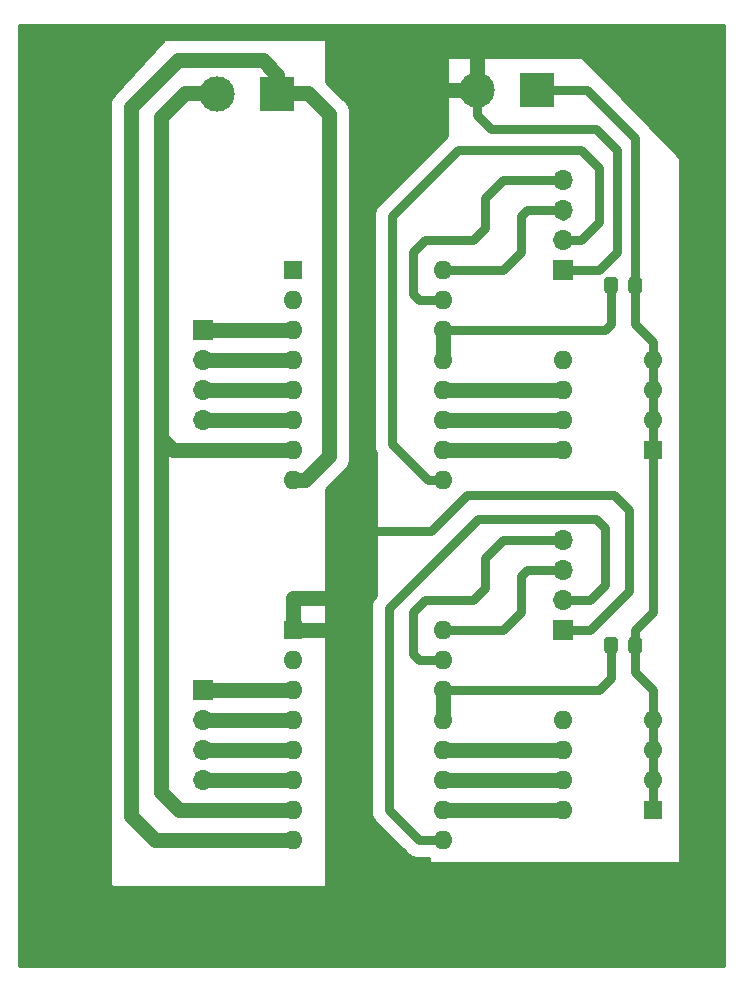
<source format=gbr>
%TF.GenerationSoftware,KiCad,Pcbnew,5.99.0+really5.1.10+dfsg1-1*%
%TF.CreationDate,2021-09-03T20:55:11+10:00*%
%TF.ProjectId,demo-driver,64656d6f-2d64-4726-9976-65722e6b6963,rev?*%
%TF.SameCoordinates,PX1c9c380PY7270e00*%
%TF.FileFunction,Copper,L2,Bot*%
%TF.FilePolarity,Positive*%
%FSLAX46Y46*%
G04 Gerber Fmt 4.6, Leading zero omitted, Abs format (unit mm)*
G04 Created by KiCad (PCBNEW 5.99.0+really5.1.10+dfsg1-1) date 2021-09-03 20:55:11*
%MOMM*%
%LPD*%
G01*
G04 APERTURE LIST*
%TA.AperFunction,ComponentPad*%
%ADD10C,3.000000*%
%TD*%
%TA.AperFunction,ComponentPad*%
%ADD11R,3.000000X3.000000*%
%TD*%
%TA.AperFunction,ComponentPad*%
%ADD12O,1.700000X1.700000*%
%TD*%
%TA.AperFunction,ComponentPad*%
%ADD13R,1.700000X1.700000*%
%TD*%
%TA.AperFunction,ComponentPad*%
%ADD14C,6.400000*%
%TD*%
%TA.AperFunction,ComponentPad*%
%ADD15O,1.600000X1.600000*%
%TD*%
%TA.AperFunction,ComponentPad*%
%ADD16R,1.600000X1.600000*%
%TD*%
%TA.AperFunction,Conductor*%
%ADD17C,0.762000*%
%TD*%
%TA.AperFunction,Conductor*%
%ADD18C,1.270000*%
%TD*%
%TA.AperFunction,Conductor*%
%ADD19C,0.254000*%
%TD*%
%TA.AperFunction,Conductor*%
%ADD20C,0.050000*%
%TD*%
G04 APERTURE END LIST*
D10*
%TO.P,J3,2*%
%TO.N,GND*%
X38920000Y74280000D03*
D11*
%TO.P,J3,1*%
%TO.N,+5V*%
X44000000Y74280000D03*
%TD*%
D10*
%TO.P,J1,2*%
%TO.N,GNDA*%
X16920000Y74000000D03*
D11*
%TO.P,J1,1*%
%TO.N,+12V*%
X22000000Y74000000D03*
%TD*%
D12*
%TO.P,J6,4*%
%TO.N,PUL1*%
X46200000Y36180000D03*
%TO.P,J6,3*%
%TO.N,DIR1*%
X46200000Y33640000D03*
%TO.P,J6,2*%
%TO.N,ENA1*%
X46200000Y31100000D03*
D13*
%TO.P,J6,1*%
%TO.N,GND*%
X46200000Y28560000D03*
%TD*%
D12*
%TO.P,J5,4*%
%TO.N,PUL0*%
X46200000Y66660000D03*
%TO.P,J5,3*%
%TO.N,DIR0*%
X46200000Y64120000D03*
%TO.P,J5,2*%
%TO.N,ENA0*%
X46200000Y61580000D03*
D13*
%TO.P,J5,1*%
%TO.N,GND*%
X46200000Y59040000D03*
%TD*%
D14*
%TO.P,REF\u002A\u002A,1*%
%TO.N,GND*%
X4000000Y4000000D03*
%TD*%
%TO.P,REF\u002A\u002A,1*%
%TO.N,GND*%
X56000000Y4000000D03*
%TD*%
%TO.P,REF\u002A\u002A,1*%
%TO.N,GND*%
X56000000Y76000000D03*
%TD*%
%TO.P,REF\u002A\u002A,1*%
%TO.N,GND*%
X4000000Y76000000D03*
%TD*%
D15*
%TO.P,SW2,8*%
%TO.N,M10*%
X46200000Y13320000D03*
%TO.P,SW2,4*%
%TO.N,+5V*%
X53820000Y20940000D03*
%TO.P,SW2,7*%
%TO.N,M11*%
X46200000Y15860000D03*
%TO.P,SW2,3*%
%TO.N,+5V*%
X53820000Y18400000D03*
%TO.P,SW2,6*%
%TO.N,M12*%
X46200000Y18400000D03*
%TO.P,SW2,2*%
%TO.N,+5V*%
X53820000Y15860000D03*
%TO.P,SW2,5*%
%TO.N,Net-(SW2-Pad5)*%
X46200000Y20940000D03*
D16*
%TO.P,SW2,1*%
%TO.N,+5V*%
X53820000Y13320000D03*
%TD*%
D15*
%TO.P,SW1,8*%
%TO.N,M00*%
X46200000Y43800000D03*
%TO.P,SW1,4*%
%TO.N,+5V*%
X53820000Y51420000D03*
%TO.P,SW1,7*%
%TO.N,M01*%
X46200000Y46340000D03*
%TO.P,SW1,3*%
%TO.N,+5V*%
X53820000Y48880000D03*
%TO.P,SW1,6*%
%TO.N,M02*%
X46200000Y48880000D03*
%TO.P,SW1,2*%
%TO.N,+5V*%
X53820000Y46340000D03*
%TO.P,SW1,5*%
%TO.N,Net-(SW1-Pad5)*%
X46200000Y51420000D03*
D16*
%TO.P,SW1,1*%
%TO.N,+5V*%
X53820000Y43800000D03*
%TD*%
%TO.P,R2,2*%
%TO.N,Net-(A2-Pad13)*%
%TA.AperFunction,SMDPad,CuDef*%
G36*
G01*
X50830000Y27740001D02*
X50830000Y26839999D01*
G75*
G02*
X50580001Y26590000I-249999J0D01*
G01*
X49929999Y26590000D01*
G75*
G02*
X49680000Y26839999I0J249999D01*
G01*
X49680000Y27740001D01*
G75*
G02*
X49929999Y27990000I249999J0D01*
G01*
X50580001Y27990000D01*
G75*
G02*
X50830000Y27740001I0J-249999D01*
G01*
G37*
%TD.AperFunction*%
%TO.P,R2,1*%
%TO.N,+5V*%
%TA.AperFunction,SMDPad,CuDef*%
G36*
G01*
X52880000Y27740001D02*
X52880000Y26839999D01*
G75*
G02*
X52630001Y26590000I-249999J0D01*
G01*
X51979999Y26590000D01*
G75*
G02*
X51730000Y26839999I0J249999D01*
G01*
X51730000Y27740001D01*
G75*
G02*
X51979999Y27990000I249999J0D01*
G01*
X52630001Y27990000D01*
G75*
G02*
X52880000Y27740001I0J-249999D01*
G01*
G37*
%TD.AperFunction*%
%TD*%
%TO.P,R1,2*%
%TO.N,Net-(A1-Pad13)*%
%TA.AperFunction,SMDPad,CuDef*%
G36*
G01*
X50830000Y58220001D02*
X50830000Y57319999D01*
G75*
G02*
X50580001Y57070000I-249999J0D01*
G01*
X49929999Y57070000D01*
G75*
G02*
X49680000Y57319999I0J249999D01*
G01*
X49680000Y58220001D01*
G75*
G02*
X49929999Y58470000I249999J0D01*
G01*
X50580001Y58470000D01*
G75*
G02*
X50830000Y58220001I0J-249999D01*
G01*
G37*
%TD.AperFunction*%
%TO.P,R1,1*%
%TO.N,+5V*%
%TA.AperFunction,SMDPad,CuDef*%
G36*
G01*
X52880000Y58220001D02*
X52880000Y57319999D01*
G75*
G02*
X52630001Y57070000I-249999J0D01*
G01*
X51979999Y57070000D01*
G75*
G02*
X51730000Y57319999I0J249999D01*
G01*
X51730000Y58220001D01*
G75*
G02*
X51979999Y58470000I249999J0D01*
G01*
X52630001Y58470000D01*
G75*
G02*
X52880000Y58220001I0J-249999D01*
G01*
G37*
%TD.AperFunction*%
%TD*%
D12*
%TO.P,J4,4*%
%TO.N,B12*%
X15720000Y15860000D03*
%TO.P,J4,3*%
%TO.N,B11*%
X15720000Y18400000D03*
%TO.P,J4,2*%
%TO.N,A11*%
X15720000Y20940000D03*
D13*
%TO.P,J4,1*%
%TO.N,A12*%
X15720000Y23480000D03*
%TD*%
D12*
%TO.P,J2,4*%
%TO.N,B02*%
X15720000Y46340000D03*
%TO.P,J2,3*%
%TO.N,B01*%
X15720000Y48880000D03*
%TO.P,J2,2*%
%TO.N,A01*%
X15720000Y51420000D03*
D13*
%TO.P,J2,1*%
%TO.N,A02*%
X15720000Y53960000D03*
%TD*%
D15*
%TO.P,A2,16*%
%TO.N,DIR1*%
X36040000Y28560000D03*
%TO.P,A2,8*%
%TO.N,+12V*%
X23340000Y10780000D03*
%TO.P,A2,15*%
%TO.N,PUL1*%
X36040000Y26020000D03*
%TO.P,A2,7*%
%TO.N,GNDA*%
X23340000Y13320000D03*
%TO.P,A2,14*%
%TO.N,Net-(A2-Pad13)*%
X36040000Y23480000D03*
%TO.P,A2,6*%
%TO.N,B12*%
X23340000Y15860000D03*
%TO.P,A2,13*%
%TO.N,Net-(A2-Pad13)*%
X36040000Y20940000D03*
%TO.P,A2,5*%
%TO.N,B11*%
X23340000Y18400000D03*
%TO.P,A2,12*%
%TO.N,M12*%
X36040000Y18400000D03*
%TO.P,A2,4*%
%TO.N,A11*%
X23340000Y20940000D03*
%TO.P,A2,11*%
%TO.N,M11*%
X36040000Y15860000D03*
%TO.P,A2,3*%
%TO.N,A12*%
X23340000Y23480000D03*
%TO.P,A2,10*%
%TO.N,M10*%
X36040000Y13320000D03*
%TO.P,A2,2*%
%TO.N,Net-(A2-Pad2)*%
X23340000Y26020000D03*
%TO.P,A2,9*%
%TO.N,ENA1*%
X36040000Y10780000D03*
D16*
%TO.P,A2,1*%
%TO.N,GND*%
X23340000Y28560000D03*
%TD*%
D15*
%TO.P,A1,16*%
%TO.N,DIR0*%
X36040000Y59040000D03*
%TO.P,A1,8*%
%TO.N,+12V*%
X23340000Y41260000D03*
%TO.P,A1,15*%
%TO.N,PUL0*%
X36040000Y56500000D03*
%TO.P,A1,7*%
%TO.N,GNDA*%
X23340000Y43800000D03*
%TO.P,A1,14*%
%TO.N,Net-(A1-Pad13)*%
X36040000Y53960000D03*
%TO.P,A1,6*%
%TO.N,B02*%
X23340000Y46340000D03*
%TO.P,A1,13*%
%TO.N,Net-(A1-Pad13)*%
X36040000Y51420000D03*
%TO.P,A1,5*%
%TO.N,B01*%
X23340000Y48880000D03*
%TO.P,A1,12*%
%TO.N,M02*%
X36040000Y48880000D03*
%TO.P,A1,4*%
%TO.N,A01*%
X23340000Y51420000D03*
%TO.P,A1,11*%
%TO.N,M01*%
X36040000Y46340000D03*
%TO.P,A1,3*%
%TO.N,A02*%
X23340000Y53960000D03*
%TO.P,A1,10*%
%TO.N,M00*%
X36040000Y43800000D03*
%TO.P,A1,2*%
%TO.N,Net-(A1-Pad2)*%
X23340000Y56500000D03*
%TO.P,A1,9*%
%TO.N,ENA0*%
X36040000Y41260000D03*
D16*
%TO.P,A1,1*%
%TO.N,GND*%
X23340000Y59040000D03*
%TD*%
D17*
%TO.N,DIR0*%
X45692000Y64120000D02*
X46200000Y63612000D01*
X43152000Y64120000D02*
X45692000Y64120000D01*
X42644000Y63612000D02*
X43152000Y64120000D01*
X42644000Y60564000D02*
X42644000Y63612000D01*
X41120000Y59040000D02*
X42644000Y60564000D01*
X36040000Y59040000D02*
X41120000Y59040000D01*
D18*
%TO.N,+12V*%
X11656000Y10780000D02*
X23340000Y10780000D01*
X9624000Y12812000D02*
X11656000Y10780000D01*
X9624000Y72883000D02*
X9624000Y12812000D01*
X13561000Y76820000D02*
X9624000Y72883000D01*
X20800000Y76820000D02*
X13561000Y76820000D01*
X22000000Y75620000D02*
X20800000Y76820000D01*
X22000000Y74000000D02*
X22000000Y75620000D01*
X24356000Y41260000D02*
X23340000Y41260000D01*
X26388000Y72248000D02*
X26388000Y43292000D01*
X26388000Y43292000D02*
X24356000Y41260000D01*
X24610000Y74026000D02*
X26388000Y72248000D01*
X22070000Y74026000D02*
X24610000Y74026000D01*
D17*
%TO.N,PUL0*%
X41120000Y66660000D02*
X46200000Y66660000D01*
X39596000Y65136000D02*
X41120000Y66660000D01*
X34516000Y61580000D02*
X38580000Y61580000D01*
X39596000Y62596000D02*
X39596000Y65136000D01*
X38580000Y61580000D02*
X39596000Y62596000D01*
X33500000Y60564000D02*
X34516000Y61580000D01*
X33500000Y57008000D02*
X33500000Y60564000D01*
X34008000Y56500000D02*
X33500000Y57008000D01*
X36040000Y56500000D02*
X34008000Y56500000D01*
D18*
%TO.N,GNDA*%
X12164000Y70724000D02*
X12164000Y44816000D01*
X12164000Y44816000D02*
X13180000Y43800000D01*
X13180000Y43800000D02*
X23340000Y43800000D01*
X12164000Y44816000D02*
X12164000Y14844000D01*
X12164000Y14844000D02*
X13688000Y13320000D01*
X13688000Y13320000D02*
X23340000Y13320000D01*
X12164000Y70724000D02*
X12164000Y71994000D01*
X12164000Y71994000D02*
X14196000Y74026000D01*
X14196000Y74026000D02*
X16736000Y74026000D01*
%TO.N,Net-(A1-Pad13)*%
X36040000Y51420000D02*
X36040000Y53960000D01*
D17*
X36040000Y53960000D02*
X49756000Y53960000D01*
X49756000Y53960000D02*
X50264000Y54468000D01*
X50264000Y54468000D02*
X50264000Y58024000D01*
D18*
%TO.N,B02*%
X15720000Y46340000D02*
X23340000Y46340000D01*
%TO.N,B01*%
X23340000Y48880000D02*
X15720000Y48880000D01*
%TO.N,M02*%
X36040000Y48880000D02*
X46200000Y48880000D01*
%TO.N,A01*%
X15720000Y51420000D02*
X23340000Y51420000D01*
%TO.N,M01*%
X36040000Y46340000D02*
X46200000Y46340000D01*
%TO.N,A02*%
X15720000Y53960000D02*
X23340000Y53960000D01*
%TO.N,M00*%
X36040000Y43800000D02*
X46200000Y43800000D01*
D17*
%TO.N,GND*%
X38920000Y74280000D02*
X38920000Y72162000D01*
X38920000Y72162000D02*
X40104000Y70978000D01*
X40104000Y70978000D02*
X48994000Y70978000D01*
X48994000Y70978000D02*
X50772000Y69200000D01*
X50772000Y69200000D02*
X50772000Y60564000D01*
X50772000Y60564000D02*
X49248000Y59040000D01*
X49248000Y59040000D02*
X46200000Y59040000D01*
D18*
X38920000Y74280000D02*
X34720000Y74280000D01*
X38920000Y74280000D02*
X38920000Y77420000D01*
X23340000Y28560000D02*
X27560000Y28560000D01*
X23340000Y28560000D02*
X23340000Y31340000D01*
X23340000Y31340000D02*
X27660000Y31340000D01*
D17*
X46200000Y28560000D02*
X48486000Y28560000D01*
X48486000Y28560000D02*
X51788000Y31862000D01*
X51788000Y31862000D02*
X51788000Y38720000D01*
X51788000Y38720000D02*
X50518000Y39990000D01*
X50518000Y39990000D02*
X38072000Y39990000D01*
X38072000Y39990000D02*
X35024000Y36942000D01*
X35024000Y36942000D02*
X29944000Y36942000D01*
%TO.N,DIR1*%
X36040000Y28560000D02*
X41120000Y28560000D01*
X43152000Y33640000D02*
X45692000Y33640000D01*
X42644000Y33132000D02*
X43152000Y33640000D01*
X41120000Y28560000D02*
X42644000Y30084000D01*
X42644000Y30084000D02*
X42644000Y33132000D01*
%TO.N,PUL1*%
X39596000Y34656000D02*
X41120000Y36180000D01*
X34516000Y31100000D02*
X38580000Y31100000D01*
X41120000Y36180000D02*
X46200000Y36180000D01*
X33500000Y26528000D02*
X33500000Y30084000D01*
X38580000Y31100000D02*
X39596000Y32116000D01*
X39596000Y32116000D02*
X39596000Y34656000D01*
X36040000Y26020000D02*
X34008000Y26020000D01*
X33500000Y30084000D02*
X34516000Y31100000D01*
X34008000Y26020000D02*
X33500000Y26528000D01*
D18*
%TO.N,Net-(A2-Pad13)*%
X36040000Y20940000D02*
X36040000Y23480000D01*
D17*
X36040000Y23480000D02*
X49248000Y23480000D01*
X49248000Y23480000D02*
X50264000Y24496000D01*
X50264000Y24496000D02*
X50264000Y27036000D01*
D18*
%TO.N,B12*%
X15720000Y15860000D02*
X23340000Y15860000D01*
%TO.N,B11*%
X15720000Y18400000D02*
X23340000Y18400000D01*
%TO.N,M12*%
X36040000Y18400000D02*
X46200000Y18400000D01*
%TO.N,A11*%
X23340000Y20940000D02*
X15720000Y20940000D01*
%TO.N,M11*%
X36040000Y15860000D02*
X46200000Y15860000D01*
%TO.N,A12*%
X15720000Y23480000D02*
X23340000Y23480000D01*
%TO.N,M10*%
X36040000Y13320000D02*
X46200000Y13320000D01*
D17*
%TO.N,+5V*%
X52305000Y57770000D02*
X52305000Y54459000D01*
X52305000Y54459000D02*
X53820000Y52944000D01*
X53820000Y52944000D02*
X53820000Y51420000D01*
X48232000Y74280000D02*
X52296000Y70216000D01*
X52296000Y70216000D02*
X52296000Y57516000D01*
X53820000Y51420000D02*
X53820000Y48880000D01*
X53820000Y48880000D02*
X53820000Y46340000D01*
X53820000Y46340000D02*
X53820000Y43800000D01*
X53820000Y43800000D02*
X53820000Y30084000D01*
X53820000Y30084000D02*
X52296000Y28560000D01*
X52296000Y28560000D02*
X52296000Y27544000D01*
X52305000Y27290000D02*
X52305000Y24995000D01*
X52305000Y24995000D02*
X53820000Y23480000D01*
X53820000Y23480000D02*
X53820000Y20940000D01*
X53820000Y20940000D02*
X53820000Y18400000D01*
X53820000Y18400000D02*
X53820000Y15860000D01*
X53820000Y15860000D02*
X53820000Y13320000D01*
X44000000Y74280000D02*
X48232000Y74280000D01*
%TO.N,ENA0*%
X49248000Y63104000D02*
X47724000Y61580000D01*
X49248000Y67676000D02*
X49248000Y63104000D01*
X47724000Y69200000D02*
X49248000Y67676000D01*
X37310000Y69200000D02*
X47724000Y69200000D01*
X31722000Y63612000D02*
X37310000Y69200000D01*
X34770000Y41260000D02*
X31722000Y44308000D01*
X47724000Y61580000D02*
X46200000Y61580000D01*
X31722000Y44308000D02*
X31722000Y63612000D01*
X36040000Y41260000D02*
X34770000Y41260000D01*
%TO.N,ENA1*%
X49756000Y32370000D02*
X48486000Y31100000D01*
X49756000Y37196000D02*
X49756000Y32370000D01*
X48952000Y38000000D02*
X49756000Y37196000D01*
X48486000Y31100000D02*
X46200000Y31100000D01*
X39000000Y38000000D02*
X48952000Y38000000D01*
X31468000Y13320000D02*
X31468000Y30468000D01*
X34008000Y10780000D02*
X31468000Y13320000D01*
X31468000Y30468000D02*
X39000000Y38000000D01*
X36040000Y10780000D02*
X34008000Y10780000D01*
%TD*%
D19*
%TO.N,GND*%
X1478724Y78700881D02*
X4000000Y76179605D01*
X6521276Y78700881D01*
X6424828Y78832000D01*
X53575172Y78832000D01*
X53478724Y78700881D01*
X56000000Y76179605D01*
X58521276Y78700881D01*
X58424828Y78832000D01*
X58832000Y78832000D01*
X58832000Y78424828D01*
X58700881Y78521276D01*
X56179605Y76000000D01*
X58700881Y73478724D01*
X58832000Y73575172D01*
X58832001Y6424827D01*
X58700881Y6521276D01*
X56179605Y4000000D01*
X58700881Y1478724D01*
X58832001Y1575173D01*
X58832001Y1168000D01*
X58424828Y1168000D01*
X58521276Y1299119D01*
X56000000Y3820395D01*
X53478724Y1299119D01*
X53575172Y1168000D01*
X6424828Y1168000D01*
X6521276Y1299119D01*
X4000000Y3820395D01*
X1478724Y1299119D01*
X1575172Y1168000D01*
X1168000Y1168000D01*
X1168000Y1575172D01*
X1299119Y1478724D01*
X3820395Y4000000D01*
X4179605Y4000000D01*
X6700881Y1478724D01*
X7190548Y1838912D01*
X7550849Y2502882D01*
X7774694Y3224385D01*
X7853480Y3975695D01*
X7849002Y4024305D01*
X52146520Y4024305D01*
X52215822Y3272062D01*
X52430548Y2547792D01*
X52782445Y1879330D01*
X52809452Y1838912D01*
X53299119Y1478724D01*
X55820395Y4000000D01*
X53299119Y6521276D01*
X52809452Y6161088D01*
X52449151Y5497118D01*
X52225306Y4775615D01*
X52146520Y4024305D01*
X7849002Y4024305D01*
X7784178Y4727938D01*
X7569452Y5452208D01*
X7217555Y6120670D01*
X7190548Y6161088D01*
X6700881Y6521276D01*
X4179605Y4000000D01*
X3820395Y4000000D01*
X1299119Y6521276D01*
X1168000Y6424828D01*
X1168000Y6700881D01*
X1478724Y6700881D01*
X4000000Y4179605D01*
X6521276Y6700881D01*
X53478724Y6700881D01*
X56000000Y4179605D01*
X58521276Y6700881D01*
X58161088Y7190548D01*
X57497118Y7550849D01*
X56775615Y7774694D01*
X56024305Y7853480D01*
X55272062Y7784178D01*
X54547792Y7569452D01*
X53879330Y7217555D01*
X53838912Y7190548D01*
X53478724Y6700881D01*
X6521276Y6700881D01*
X6161088Y7190548D01*
X5497118Y7550849D01*
X4775615Y7774694D01*
X4024305Y7853480D01*
X3272062Y7784178D01*
X2547792Y7569452D01*
X1879330Y7217555D01*
X1838912Y7190548D01*
X1478724Y6700881D01*
X1168000Y6700881D01*
X1168000Y73299119D01*
X1478724Y73299119D01*
X1838912Y72809452D01*
X2502882Y72449151D01*
X3224385Y72225306D01*
X3975695Y72146520D01*
X4727938Y72215822D01*
X5452208Y72430548D01*
X6120670Y72782445D01*
X6161088Y72809452D01*
X6215188Y72883000D01*
X7837399Y72883000D01*
X7846000Y72795673D01*
X7846001Y12899337D01*
X7837399Y12812000D01*
X7846001Y12724662D01*
X7866159Y12520000D01*
X7871728Y12463452D01*
X7873000Y12459259D01*
X7873000Y7000000D01*
X7875440Y6975224D01*
X7882667Y6951399D01*
X7894403Y6929443D01*
X7910197Y6910197D01*
X7929443Y6894403D01*
X7951399Y6882667D01*
X7975224Y6875440D01*
X8000000Y6873000D01*
X26000000Y6873000D01*
X26024776Y6875440D01*
X26048601Y6882667D01*
X26070557Y6894403D01*
X26089803Y6910197D01*
X26105597Y6929443D01*
X26117333Y6951399D01*
X26124560Y6975224D01*
X26127000Y7000000D01*
X26127000Y30468000D01*
X29936628Y30468000D01*
X29944001Y30393141D01*
X29944000Y13394849D01*
X29936628Y13320000D01*
X29944000Y13245151D01*
X29944000Y13245142D01*
X29966052Y13021245D01*
X30053196Y12733970D01*
X30059060Y12723000D01*
X30194710Y12469215D01*
X30251805Y12399645D01*
X30385156Y12237156D01*
X30443303Y12189436D01*
X32877436Y9755303D01*
X32925156Y9697156D01*
X33157215Y9506710D01*
X33421969Y9365196D01*
X33709244Y9278052D01*
X33933141Y9256000D01*
X33933150Y9256000D01*
X34007999Y9248628D01*
X34082848Y9256000D01*
X34823521Y9256000D01*
X34873000Y9222939D01*
X34873000Y9000000D01*
X34875440Y8975224D01*
X34882667Y8951399D01*
X34894403Y8929443D01*
X34910197Y8910197D01*
X34929443Y8894403D01*
X34951399Y8882667D01*
X34975224Y8875440D01*
X35000000Y8873000D01*
X35667648Y8873000D01*
X35848631Y8837000D01*
X36231369Y8837000D01*
X36412352Y8873000D01*
X56000000Y8873000D01*
X56024776Y8875440D01*
X56048601Y8882667D01*
X56070557Y8894403D01*
X56089803Y8910197D01*
X56105597Y8929443D01*
X56117333Y8951399D01*
X56124560Y8975224D01*
X56127000Y9000000D01*
X56127000Y68500000D01*
X56124916Y68522915D01*
X56118045Y68546844D01*
X56106638Y68568974D01*
X56091133Y68588452D01*
X51519016Y73299119D01*
X53478724Y73299119D01*
X53838912Y72809452D01*
X54502882Y72449151D01*
X55224385Y72225306D01*
X55975695Y72146520D01*
X56727938Y72215822D01*
X57452208Y72430548D01*
X58120670Y72782445D01*
X58161088Y72809452D01*
X58521276Y73299119D01*
X56000000Y75820395D01*
X53478724Y73299119D01*
X51519016Y73299119D01*
X48873982Y76024305D01*
X52146520Y76024305D01*
X52215822Y75272062D01*
X52430548Y74547792D01*
X52782445Y73879330D01*
X52809452Y73838912D01*
X53299119Y73478724D01*
X55820395Y76000000D01*
X53299119Y78521276D01*
X52809452Y78161088D01*
X52449151Y77497118D01*
X52225306Y76775615D01*
X52146520Y76024305D01*
X48873982Y76024305D01*
X47841133Y77088452D01*
X47820557Y77105597D01*
X47798601Y77117333D01*
X47774776Y77124560D01*
X47750000Y77127000D01*
X36500000Y77127000D01*
X36475224Y77124560D01*
X36451399Y77117333D01*
X36429443Y77105597D01*
X36410197Y77089803D01*
X36394403Y77070557D01*
X36382667Y77048601D01*
X36375440Y77024776D01*
X36373000Y77000000D01*
X36373000Y70402535D01*
X36227156Y70282844D01*
X36179436Y70224697D01*
X30697299Y64742560D01*
X30639157Y64694844D01*
X30591441Y64636702D01*
X30591436Y64636697D01*
X30448710Y64462785D01*
X30307197Y64198031D01*
X30220053Y63910756D01*
X30190628Y63612000D01*
X30198001Y63537141D01*
X30198000Y44382849D01*
X30190628Y44308000D01*
X30198000Y44233151D01*
X30198000Y44233142D01*
X30220052Y44009245D01*
X30307196Y43721970D01*
X30307197Y43721969D01*
X30373000Y43598859D01*
X30373000Y31536031D01*
X30337441Y31492702D01*
X30337436Y31492697D01*
X30194710Y31318785D01*
X30053197Y31054031D01*
X29966053Y30766756D01*
X29936628Y30468000D01*
X26127000Y30468000D01*
X26127000Y40516529D01*
X27583483Y41973011D01*
X27651318Y42028682D01*
X27706988Y42096516D01*
X27706993Y42096521D01*
X27873505Y42299417D01*
X28038605Y42608297D01*
X28071627Y42717156D01*
X28140273Y42943451D01*
X28166000Y43204662D01*
X28166000Y43204672D01*
X28174601Y43292000D01*
X28166000Y43379327D01*
X28166000Y72160670D01*
X28174601Y72248000D01*
X28166000Y72335330D01*
X28166000Y72335338D01*
X28140273Y72596549D01*
X28038605Y72931703D01*
X27873505Y73240583D01*
X27811367Y73316298D01*
X27706993Y73443479D01*
X27706988Y73443484D01*
X27651318Y73511318D01*
X27583484Y73566987D01*
X26127000Y75023471D01*
X26127000Y78500000D01*
X26124560Y78524776D01*
X26117333Y78548601D01*
X26105597Y78570557D01*
X26089803Y78589803D01*
X26070557Y78605597D01*
X26048601Y78617333D01*
X26024776Y78624560D01*
X26000000Y78627000D01*
X12500000Y78627000D01*
X12468711Y78623085D01*
X12445300Y78614616D01*
X12423990Y78601742D01*
X12405602Y78584959D01*
X8752629Y74526100D01*
X8428522Y74201993D01*
X8360682Y74146318D01*
X8138495Y73875582D01*
X8096570Y73797145D01*
X7905602Y73584959D01*
X7894403Y73570557D01*
X7882667Y73548601D01*
X7875440Y73524776D01*
X7873000Y73500000D01*
X7873000Y73235745D01*
X7871727Y73231548D01*
X7846000Y72970337D01*
X7846000Y72970327D01*
X7837399Y72883000D01*
X6215188Y72883000D01*
X6521276Y73299119D01*
X4000000Y75820395D01*
X1478724Y73299119D01*
X1168000Y73299119D01*
X1168000Y73575172D01*
X1299119Y73478724D01*
X3820395Y76000000D01*
X4179605Y76000000D01*
X6700881Y73478724D01*
X7190548Y73838912D01*
X7550849Y74502882D01*
X7774694Y75224385D01*
X7853480Y75975695D01*
X7784178Y76727938D01*
X7569452Y77452208D01*
X7217555Y78120670D01*
X7190548Y78161088D01*
X6700881Y78521276D01*
X4179605Y76000000D01*
X3820395Y76000000D01*
X1299119Y78521276D01*
X1168000Y78424828D01*
X1168000Y78832000D01*
X1575172Y78832000D01*
X1478724Y78700881D01*
%TA.AperFunction,Conductor*%
D20*
G36*
X1478724Y78700881D02*
G01*
X4000000Y76179605D01*
X6521276Y78700881D01*
X6424828Y78832000D01*
X53575172Y78832000D01*
X53478724Y78700881D01*
X56000000Y76179605D01*
X58521276Y78700881D01*
X58424828Y78832000D01*
X58832000Y78832000D01*
X58832000Y78424828D01*
X58700881Y78521276D01*
X56179605Y76000000D01*
X58700881Y73478724D01*
X58832000Y73575172D01*
X58832001Y6424827D01*
X58700881Y6521276D01*
X56179605Y4000000D01*
X58700881Y1478724D01*
X58832001Y1575173D01*
X58832001Y1168000D01*
X58424828Y1168000D01*
X58521276Y1299119D01*
X56000000Y3820395D01*
X53478724Y1299119D01*
X53575172Y1168000D01*
X6424828Y1168000D01*
X6521276Y1299119D01*
X4000000Y3820395D01*
X1478724Y1299119D01*
X1575172Y1168000D01*
X1168000Y1168000D01*
X1168000Y1575172D01*
X1299119Y1478724D01*
X3820395Y4000000D01*
X4179605Y4000000D01*
X6700881Y1478724D01*
X7190548Y1838912D01*
X7550849Y2502882D01*
X7774694Y3224385D01*
X7853480Y3975695D01*
X7849002Y4024305D01*
X52146520Y4024305D01*
X52215822Y3272062D01*
X52430548Y2547792D01*
X52782445Y1879330D01*
X52809452Y1838912D01*
X53299119Y1478724D01*
X55820395Y4000000D01*
X53299119Y6521276D01*
X52809452Y6161088D01*
X52449151Y5497118D01*
X52225306Y4775615D01*
X52146520Y4024305D01*
X7849002Y4024305D01*
X7784178Y4727938D01*
X7569452Y5452208D01*
X7217555Y6120670D01*
X7190548Y6161088D01*
X6700881Y6521276D01*
X4179605Y4000000D01*
X3820395Y4000000D01*
X1299119Y6521276D01*
X1168000Y6424828D01*
X1168000Y6700881D01*
X1478724Y6700881D01*
X4000000Y4179605D01*
X6521276Y6700881D01*
X53478724Y6700881D01*
X56000000Y4179605D01*
X58521276Y6700881D01*
X58161088Y7190548D01*
X57497118Y7550849D01*
X56775615Y7774694D01*
X56024305Y7853480D01*
X55272062Y7784178D01*
X54547792Y7569452D01*
X53879330Y7217555D01*
X53838912Y7190548D01*
X53478724Y6700881D01*
X6521276Y6700881D01*
X6161088Y7190548D01*
X5497118Y7550849D01*
X4775615Y7774694D01*
X4024305Y7853480D01*
X3272062Y7784178D01*
X2547792Y7569452D01*
X1879330Y7217555D01*
X1838912Y7190548D01*
X1478724Y6700881D01*
X1168000Y6700881D01*
X1168000Y73299119D01*
X1478724Y73299119D01*
X1838912Y72809452D01*
X2502882Y72449151D01*
X3224385Y72225306D01*
X3975695Y72146520D01*
X4727938Y72215822D01*
X5452208Y72430548D01*
X6120670Y72782445D01*
X6161088Y72809452D01*
X6215188Y72883000D01*
X7837399Y72883000D01*
X7846000Y72795673D01*
X7846001Y12899337D01*
X7837399Y12812000D01*
X7846001Y12724662D01*
X7866159Y12520000D01*
X7871728Y12463452D01*
X7873000Y12459259D01*
X7873000Y7000000D01*
X7875440Y6975224D01*
X7882667Y6951399D01*
X7894403Y6929443D01*
X7910197Y6910197D01*
X7929443Y6894403D01*
X7951399Y6882667D01*
X7975224Y6875440D01*
X8000000Y6873000D01*
X26000000Y6873000D01*
X26024776Y6875440D01*
X26048601Y6882667D01*
X26070557Y6894403D01*
X26089803Y6910197D01*
X26105597Y6929443D01*
X26117333Y6951399D01*
X26124560Y6975224D01*
X26127000Y7000000D01*
X26127000Y30468000D01*
X29936628Y30468000D01*
X29944001Y30393141D01*
X29944000Y13394849D01*
X29936628Y13320000D01*
X29944000Y13245151D01*
X29944000Y13245142D01*
X29966052Y13021245D01*
X30053196Y12733970D01*
X30059060Y12723000D01*
X30194710Y12469215D01*
X30251805Y12399645D01*
X30385156Y12237156D01*
X30443303Y12189436D01*
X32877436Y9755303D01*
X32925156Y9697156D01*
X33157215Y9506710D01*
X33421969Y9365196D01*
X33709244Y9278052D01*
X33933141Y9256000D01*
X33933150Y9256000D01*
X34007999Y9248628D01*
X34082848Y9256000D01*
X34823521Y9256000D01*
X34873000Y9222939D01*
X34873000Y9000000D01*
X34875440Y8975224D01*
X34882667Y8951399D01*
X34894403Y8929443D01*
X34910197Y8910197D01*
X34929443Y8894403D01*
X34951399Y8882667D01*
X34975224Y8875440D01*
X35000000Y8873000D01*
X35667648Y8873000D01*
X35848631Y8837000D01*
X36231369Y8837000D01*
X36412352Y8873000D01*
X56000000Y8873000D01*
X56024776Y8875440D01*
X56048601Y8882667D01*
X56070557Y8894403D01*
X56089803Y8910197D01*
X56105597Y8929443D01*
X56117333Y8951399D01*
X56124560Y8975224D01*
X56127000Y9000000D01*
X56127000Y68500000D01*
X56124916Y68522915D01*
X56118045Y68546844D01*
X56106638Y68568974D01*
X56091133Y68588452D01*
X51519016Y73299119D01*
X53478724Y73299119D01*
X53838912Y72809452D01*
X54502882Y72449151D01*
X55224385Y72225306D01*
X55975695Y72146520D01*
X56727938Y72215822D01*
X57452208Y72430548D01*
X58120670Y72782445D01*
X58161088Y72809452D01*
X58521276Y73299119D01*
X56000000Y75820395D01*
X53478724Y73299119D01*
X51519016Y73299119D01*
X48873982Y76024305D01*
X52146520Y76024305D01*
X52215822Y75272062D01*
X52430548Y74547792D01*
X52782445Y73879330D01*
X52809452Y73838912D01*
X53299119Y73478724D01*
X55820395Y76000000D01*
X53299119Y78521276D01*
X52809452Y78161088D01*
X52449151Y77497118D01*
X52225306Y76775615D01*
X52146520Y76024305D01*
X48873982Y76024305D01*
X47841133Y77088452D01*
X47820557Y77105597D01*
X47798601Y77117333D01*
X47774776Y77124560D01*
X47750000Y77127000D01*
X36500000Y77127000D01*
X36475224Y77124560D01*
X36451399Y77117333D01*
X36429443Y77105597D01*
X36410197Y77089803D01*
X36394403Y77070557D01*
X36382667Y77048601D01*
X36375440Y77024776D01*
X36373000Y77000000D01*
X36373000Y70402535D01*
X36227156Y70282844D01*
X36179436Y70224697D01*
X30697299Y64742560D01*
X30639157Y64694844D01*
X30591441Y64636702D01*
X30591436Y64636697D01*
X30448710Y64462785D01*
X30307197Y64198031D01*
X30220053Y63910756D01*
X30190628Y63612000D01*
X30198001Y63537141D01*
X30198000Y44382849D01*
X30190628Y44308000D01*
X30198000Y44233151D01*
X30198000Y44233142D01*
X30220052Y44009245D01*
X30307196Y43721970D01*
X30307197Y43721969D01*
X30373000Y43598859D01*
X30373000Y31536031D01*
X30337441Y31492702D01*
X30337436Y31492697D01*
X30194710Y31318785D01*
X30053197Y31054031D01*
X29966053Y30766756D01*
X29936628Y30468000D01*
X26127000Y30468000D01*
X26127000Y40516529D01*
X27583483Y41973011D01*
X27651318Y42028682D01*
X27706988Y42096516D01*
X27706993Y42096521D01*
X27873505Y42299417D01*
X28038605Y42608297D01*
X28071627Y42717156D01*
X28140273Y42943451D01*
X28166000Y43204662D01*
X28166000Y43204672D01*
X28174601Y43292000D01*
X28166000Y43379327D01*
X28166000Y72160670D01*
X28174601Y72248000D01*
X28166000Y72335330D01*
X28166000Y72335338D01*
X28140273Y72596549D01*
X28038605Y72931703D01*
X27873505Y73240583D01*
X27811367Y73316298D01*
X27706993Y73443479D01*
X27706988Y73443484D01*
X27651318Y73511318D01*
X27583484Y73566987D01*
X26127000Y75023471D01*
X26127000Y78500000D01*
X26124560Y78524776D01*
X26117333Y78548601D01*
X26105597Y78570557D01*
X26089803Y78589803D01*
X26070557Y78605597D01*
X26048601Y78617333D01*
X26024776Y78624560D01*
X26000000Y78627000D01*
X12500000Y78627000D01*
X12468711Y78623085D01*
X12445300Y78614616D01*
X12423990Y78601742D01*
X12405602Y78584959D01*
X8752629Y74526100D01*
X8428522Y74201993D01*
X8360682Y74146318D01*
X8138495Y73875582D01*
X8096570Y73797145D01*
X7905602Y73584959D01*
X7894403Y73570557D01*
X7882667Y73548601D01*
X7875440Y73524776D01*
X7873000Y73500000D01*
X7873000Y73235745D01*
X7871727Y73231548D01*
X7846000Y72970337D01*
X7846000Y72970327D01*
X7837399Y72883000D01*
X6215188Y72883000D01*
X6521276Y73299119D01*
X4000000Y75820395D01*
X1478724Y73299119D01*
X1168000Y73299119D01*
X1168000Y73575172D01*
X1299119Y73478724D01*
X3820395Y76000000D01*
X4179605Y76000000D01*
X6700881Y73478724D01*
X7190548Y73838912D01*
X7550849Y74502882D01*
X7774694Y75224385D01*
X7853480Y75975695D01*
X7784178Y76727938D01*
X7569452Y77452208D01*
X7217555Y78120670D01*
X7190548Y78161088D01*
X6700881Y78521276D01*
X4179605Y76000000D01*
X3820395Y76000000D01*
X1299119Y78521276D01*
X1168000Y78424828D01*
X1168000Y78832000D01*
X1575172Y78832000D01*
X1478724Y78700881D01*
G37*
%TD.AperFunction*%
%TD*%
D19*
%TO.N,GND*%
X59848001Y152000D02*
X152000Y152000D01*
X152000Y72000000D01*
X5873000Y72000000D01*
X5873000Y8000000D01*
X5875440Y7975224D01*
X5882667Y7951399D01*
X5894403Y7929443D01*
X5910197Y7910197D01*
X5929443Y7894403D01*
X5951399Y7882667D01*
X5975224Y7875440D01*
X6000000Y7873000D01*
X7873000Y7873000D01*
X7873000Y4000000D01*
X7875440Y3975224D01*
X7882667Y3951399D01*
X7894403Y3929443D01*
X7910197Y3910197D01*
X7929443Y3894403D01*
X7951399Y3882667D01*
X7975224Y3875440D01*
X8000000Y3873000D01*
X51000000Y3873000D01*
X51024776Y3875440D01*
X51048601Y3882667D01*
X51070557Y3894403D01*
X51089803Y3910197D01*
X51105597Y3929443D01*
X51117333Y3951399D01*
X51124560Y3975224D01*
X51127000Y4000000D01*
X51127000Y7873000D01*
X58000000Y7873000D01*
X58024776Y7875440D01*
X58048601Y7882667D01*
X58070557Y7894403D01*
X58089803Y7910197D01*
X58105597Y7929443D01*
X58117333Y7951399D01*
X58124560Y7975224D01*
X58127000Y8000000D01*
X58127000Y72000000D01*
X58124560Y72024776D01*
X58117333Y72048601D01*
X58105597Y72070557D01*
X58089803Y72089803D01*
X58070557Y72105597D01*
X58048601Y72117333D01*
X58024776Y72124560D01*
X58000000Y72127000D01*
X54052606Y72127000D01*
X48089803Y78089803D01*
X48070557Y78105597D01*
X48048601Y78117333D01*
X48024776Y78124560D01*
X48000000Y78127000D01*
X26127000Y78127000D01*
X26127000Y78500000D01*
X26124560Y78524776D01*
X26117333Y78548601D01*
X26105597Y78570557D01*
X26089803Y78589803D01*
X26070557Y78605597D01*
X26048601Y78617333D01*
X26024776Y78624560D01*
X26000000Y78627000D01*
X12500000Y78627000D01*
X12468711Y78623085D01*
X12445300Y78614616D01*
X12423990Y78601742D01*
X12405602Y78584959D01*
X11993439Y78127000D01*
X9000000Y78127000D01*
X8975224Y78124560D01*
X8951399Y78117333D01*
X8929443Y78105597D01*
X8910197Y78089803D01*
X8894403Y78070557D01*
X8882667Y78048601D01*
X8875440Y78024776D01*
X8873000Y78000000D01*
X8873000Y76042333D01*
X5898400Y72076200D01*
X5885486Y72054915D01*
X5876973Y72031519D01*
X5873000Y72000000D01*
X152000Y72000000D01*
X152000Y79848000D01*
X59848000Y79848000D01*
X59848001Y152000D01*
%TA.AperFunction,Conductor*%
D20*
G36*
X59848001Y152000D02*
G01*
X152000Y152000D01*
X152000Y72000000D01*
X5873000Y72000000D01*
X5873000Y8000000D01*
X5875440Y7975224D01*
X5882667Y7951399D01*
X5894403Y7929443D01*
X5910197Y7910197D01*
X5929443Y7894403D01*
X5951399Y7882667D01*
X5975224Y7875440D01*
X6000000Y7873000D01*
X7873000Y7873000D01*
X7873000Y4000000D01*
X7875440Y3975224D01*
X7882667Y3951399D01*
X7894403Y3929443D01*
X7910197Y3910197D01*
X7929443Y3894403D01*
X7951399Y3882667D01*
X7975224Y3875440D01*
X8000000Y3873000D01*
X51000000Y3873000D01*
X51024776Y3875440D01*
X51048601Y3882667D01*
X51070557Y3894403D01*
X51089803Y3910197D01*
X51105597Y3929443D01*
X51117333Y3951399D01*
X51124560Y3975224D01*
X51127000Y4000000D01*
X51127000Y7873000D01*
X58000000Y7873000D01*
X58024776Y7875440D01*
X58048601Y7882667D01*
X58070557Y7894403D01*
X58089803Y7910197D01*
X58105597Y7929443D01*
X58117333Y7951399D01*
X58124560Y7975224D01*
X58127000Y8000000D01*
X58127000Y72000000D01*
X58124560Y72024776D01*
X58117333Y72048601D01*
X58105597Y72070557D01*
X58089803Y72089803D01*
X58070557Y72105597D01*
X58048601Y72117333D01*
X58024776Y72124560D01*
X58000000Y72127000D01*
X54052606Y72127000D01*
X48089803Y78089803D01*
X48070557Y78105597D01*
X48048601Y78117333D01*
X48024776Y78124560D01*
X48000000Y78127000D01*
X26127000Y78127000D01*
X26127000Y78500000D01*
X26124560Y78524776D01*
X26117333Y78548601D01*
X26105597Y78570557D01*
X26089803Y78589803D01*
X26070557Y78605597D01*
X26048601Y78617333D01*
X26024776Y78624560D01*
X26000000Y78627000D01*
X12500000Y78627000D01*
X12468711Y78623085D01*
X12445300Y78614616D01*
X12423990Y78601742D01*
X12405602Y78584959D01*
X11993439Y78127000D01*
X9000000Y78127000D01*
X8975224Y78124560D01*
X8951399Y78117333D01*
X8929443Y78105597D01*
X8910197Y78089803D01*
X8894403Y78070557D01*
X8882667Y78048601D01*
X8875440Y78024776D01*
X8873000Y78000000D01*
X8873000Y76042333D01*
X5898400Y72076200D01*
X5885486Y72054915D01*
X5876973Y72031519D01*
X5873000Y72000000D01*
X152000Y72000000D01*
X152000Y79848000D01*
X59848000Y79848000D01*
X59848001Y152000D01*
G37*
%TD.AperFunction*%
%TD*%
M02*

</source>
